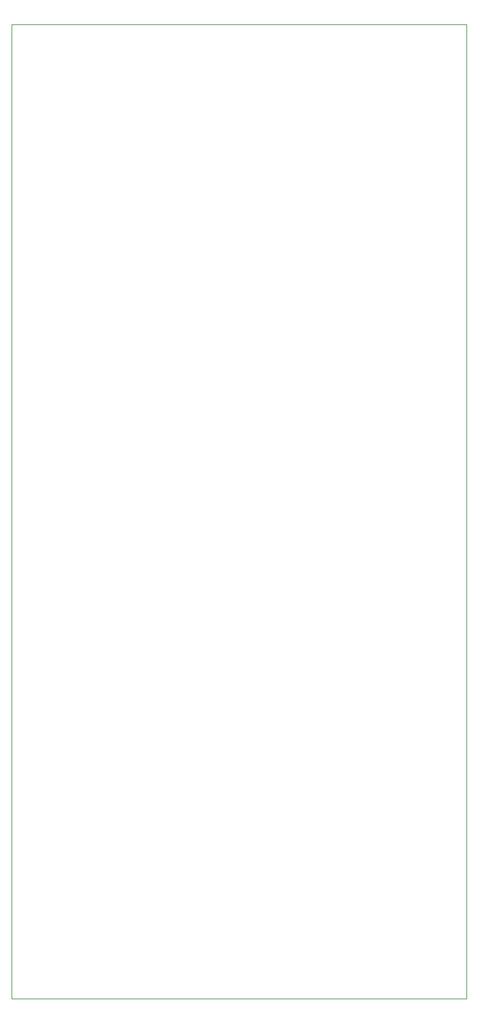
<source format=gbr>
G04 #@! TF.GenerationSoftware,KiCad,Pcbnew,(6.0.6)*
G04 #@! TF.CreationDate,2022-11-24T12:51:03+00:00*
G04 #@! TF.ProjectId,MS20-VCF,4d533230-2d56-4434-962e-6b696361645f,rev?*
G04 #@! TF.SameCoordinates,Original*
G04 #@! TF.FileFunction,Profile,NP*
%FSLAX46Y46*%
G04 Gerber Fmt 4.6, Leading zero omitted, Abs format (unit mm)*
G04 Created by KiCad (PCBNEW (6.0.6)) date 2022-11-24 12:51:03*
%MOMM*%
%LPD*%
G01*
G04 APERTURE LIST*
G04 #@! TA.AperFunction,Profile*
%ADD10C,0.050000*%
G04 #@! TD*
G04 APERTURE END LIST*
D10*
X122500000Y-33100000D02*
X122500000Y-161600000D01*
X62500000Y-161600000D02*
X62499999Y-157100001D01*
X62500000Y-33100000D02*
X62499999Y-157100001D01*
X122500000Y-161600000D02*
X62500000Y-161600000D01*
X62500000Y-33100000D02*
X122500000Y-33100000D01*
M02*

</source>
